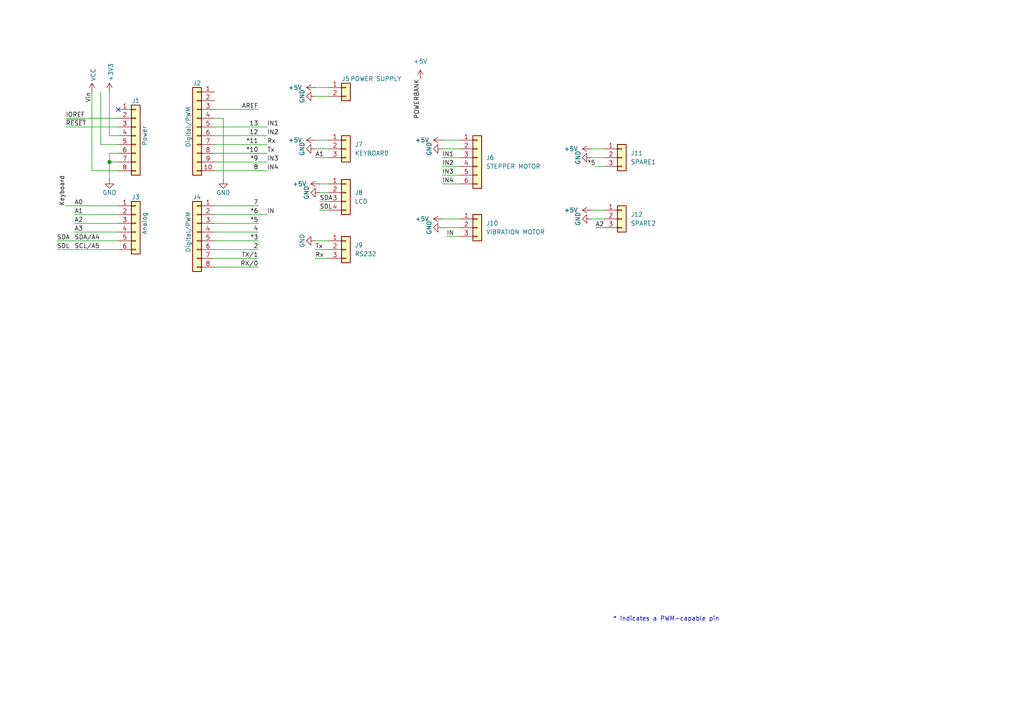
<source format=kicad_sch>
(kicad_sch (version 20231120) (generator "eeschema") (generator_version "8.0")
  (paper "A4")
  (title_block (date "mar. 31 mars 2015"))
  (lib_symbols
    (symbol "+5V_1" (power) (pin_numbers hide) (pin_names (offset 0) hide)
      (property "Value" "+5V" (at 0 3.556 0))
      (symbol "+5V_1_0_1"
        (polyline (pts (xy -0.762 1.27) (xy 0 2.54)))
        (polyline (pts (xy 0 0) (xy 0 2.54)))
        (polyline (pts (xy 0 2.54) (xy 0.762 1.27)))
      )
      (symbol "+5V_1_1_1"
        (pin power_in line (at 0 0 90) (length 0) (name "~") (number "1"))
      )
    )
    (symbol "Connector_Generic:Conn_01x02" (pin_names (offset 1.016) hide)
      (property "Reference" "J" (at 0 2.54 0))
      (property "Value" "Conn_01x02" (at 0 -5.08 0))
      (symbol "Conn_01x02_1_1"
        (rectangle (start -1.27 -2.413) (end 0 -2.667) (stroke (width 0.1524)))
        (rectangle (start -1.27 0.127) (end 0 -0.127) (stroke (width 0.1524)))
        (rectangle (start -1.27 1.27) (end 1.27 -3.81) (stroke (width 0.254)) (fill (type background)))
        (pin passive line (at -5.08 0 0) (length 3.81) (name "Pin_1") (number "1"))
        (pin passive line (at -5.08 -2.54 0) (length 3.81) (name "Pin_2") (number "2"))
      )
    )
    (symbol "Connector_Generic:Conn_01x03" (pin_names (offset 1.016) hide)
      (property "Reference" "J" (at 0 5.08 0))
      (property "Value" "Conn_01x03" (at 0 -5.08 0))
      (symbol "Conn_01x03_1_1"
        (rectangle (start -1.27 -2.413) (end 0 -2.667) (stroke (width 0.1524)))
        (rectangle (start -1.27 0.127) (end 0 -0.127) (stroke (width 0.1524)))
        (rectangle (start -1.27 2.667) (end 0 2.413) (stroke (width 0.1524)))
        (rectangle (start -1.27 3.81) (end 1.27 -3.81) (stroke (width 0.254)) (fill (type background)))
        (pin passive line (at -5.08 2.54 0) (length 3.81) (name "Pin_1") (number "1"))
        (pin passive line (at -5.08 0 0) (length 3.81) (name "Pin_2") (number "2"))
        (pin passive line (at -5.08 -2.54 0) (length 3.81) (name "Pin_3") (number "3"))
      )
    )
    (symbol "Connector_Generic:Conn_01x04" (pin_names (offset 1.016) hide)
      (property "Reference" "J" (at 0 5.08 0))
      (property "Value" "Conn_01x04" (at 0 -7.62 0))
      (symbol "Conn_01x04_1_1"
        (rectangle (start -1.27 -4.953) (end 0 -5.207) (stroke (width 0.1524)))
        (rectangle (start -1.27 -2.413) (end 0 -2.667) (stroke (width 0.1524)))
        (rectangle (start -1.27 0.127) (end 0 -0.127) (stroke (width 0.1524)))
        (rectangle (start -1.27 2.667) (end 0 2.413) (stroke (width 0.1524)))
        (rectangle (start -1.27 3.81) (end 1.27 -6.35) (stroke (width 0.254)) (fill (type background)))
        (pin passive line (at -5.08 2.54 0) (length 3.81) (name "Pin_1") (number "1"))
        (pin passive line (at -5.08 0 0) (length 3.81) (name "Pin_2") (number "2"))
        (pin passive line (at -5.08 -2.54 0) (length 3.81) (name "Pin_3") (number "3"))
        (pin passive line (at -5.08 -5.08 0) (length 3.81) (name "Pin_4") (number "4"))
      )
    )
    (symbol "Connector_Generic:Conn_01x06" (pin_names (offset 1.016) hide)
      (property "Reference" "J" (at 0 7.62 0))
      (property "Value" "Conn_01x06" (at 0 -10.16 0))
      (symbol "Conn_01x06_1_1"
        (rectangle (start -1.27 -7.493) (end 0 -7.747) (stroke (width 0.1524)))
        (rectangle (start -1.27 -4.953) (end 0 -5.207) (stroke (width 0.1524)))
        (rectangle (start -1.27 -2.413) (end 0 -2.667) (stroke (width 0.1524)))
        (rectangle (start -1.27 0.127) (end 0 -0.127) (stroke (width 0.1524)))
        (rectangle (start -1.27 2.667) (end 0 2.413) (stroke (width 0.1524)))
        (rectangle (start -1.27 5.207) (end 0 4.953) (stroke (width 0.1524)))
        (rectangle (start -1.27 6.35) (end 1.27 -8.89) (stroke (width 0.254)) (fill (type background)))
        (pin passive line (at -5.08 5.08 0) (length 3.81) (name "Pin_1") (number "1"))
        (pin passive line (at -5.08 2.54 0) (length 3.81) (name "Pin_2") (number "2"))
        (pin passive line (at -5.08 0 0) (length 3.81) (name "Pin_3") (number "3"))
        (pin passive line (at -5.08 -2.54 0) (length 3.81) (name "Pin_4") (number "4"))
        (pin passive line (at -5.08 -5.08 0) (length 3.81) (name "Pin_5") (number "5"))
        (pin passive line (at -5.08 -7.62 0) (length 3.81) (name "Pin_6") (number "6"))
      )
    )
    (symbol "Connector_Generic:Conn_01x08" (pin_names (offset 1.016) hide)
      (property "Reference" "J" (at 0 10.16 0))
      (property "Value" "Conn_01x08" (at 0 -12.7 0))
      (symbol "Conn_01x08_1_1"
        (rectangle (start -1.27 -10.033) (end 0 -10.287) (stroke (width 0.1524)))
        (rectangle (start -1.27 -7.493) (end 0 -7.747) (stroke (width 0.1524)))
        (rectangle (start -1.27 -4.953) (end 0 -5.207) (stroke (width 0.1524)))
        (rectangle (start -1.27 -2.413) (end 0 -2.667) (stroke (width 0.1524)))
        (rectangle (start -1.27 0.127) (end 0 -0.127) (stroke (width 0.1524)))
        (rectangle (start -1.27 2.667) (end 0 2.413) (stroke (width 0.1524)))
        (rectangle (start -1.27 5.207) (end 0 4.953) (stroke (width 0.1524)))
        (rectangle (start -1.27 7.747) (end 0 7.493) (stroke (width 0.1524)))
        (rectangle (start -1.27 8.89) (end 1.27 -11.43) (stroke (width 0.254)) (fill (type background)))
        (pin passive line (at -5.08 7.62 0) (length 3.81) (name "Pin_1") (number "1"))
        (pin passive line (at -5.08 5.08 0) (length 3.81) (name "Pin_2") (number "2"))
        (pin passive line (at -5.08 2.54 0) (length 3.81) (name "Pin_3") (number "3"))
        (pin passive line (at -5.08 0 0) (length 3.81) (name "Pin_4") (number "4"))
        (pin passive line (at -5.08 -2.54 0) (length 3.81) (name "Pin_5") (number "5"))
        (pin passive line (at -5.08 -5.08 0) (length 3.81) (name "Pin_6") (number "6"))
        (pin passive line (at -5.08 -7.62 0) (length 3.81) (name "Pin_7") (number "7"))
        (pin passive line (at -5.08 -10.16 0) (length 3.81) (name "Pin_8") (number "8"))
      )
    )
    (symbol "Connector_Generic:Conn_01x10" (pin_names (offset 1.016) hide)
      (property "Reference" "J" (at 0 12.7 0))
      (property "Value" "Conn_01x10" (at 0 -15.24 0))
      (symbol "Conn_01x10_1_1"
        (rectangle (start -1.27 -12.573) (end 0 -12.827) (stroke (width 0.1524)))
        (rectangle (start -1.27 -10.033) (end 0 -10.287) (stroke (width 0.1524)))
        (rectangle (start -1.27 -7.493) (end 0 -7.747) (stroke (width 0.1524)))
        (rectangle (start -1.27 -4.953) (end 0 -5.207) (stroke (width 0.1524)))
        (rectangle (start -1.27 -2.413) (end 0 -2.667) (stroke (width 0.1524)))
        (rectangle (start -1.27 0.127) (end 0 -0.127) (stroke (width 0.1524)))
        (rectangle (start -1.27 2.667) (end 0 2.413) (stroke (width 0.1524)))
        (rectangle (start -1.27 5.207) (end 0 4.953) (stroke (width 0.1524)))
        (rectangle (start -1.27 7.747) (end 0 7.493) (stroke (width 0.1524)))
        (rectangle (start -1.27 10.287) (end 0 10.033) (stroke (width 0.1524)))
        (rectangle (start -1.27 11.43) (end 1.27 -13.97) (stroke (width 0.254)) (fill (type background)))
        (pin passive line (at -5.08 10.16 0) (length 3.81) (name "Pin_1") (number "1"))
        (pin passive line (at -5.08 -12.7 0) (length 3.81) (name "Pin_10") (number "10"))
        (pin passive line (at -5.08 7.62 0) (length 3.81) (name "Pin_2") (number "2"))
        (pin passive line (at -5.08 5.08 0) (length 3.81) (name "Pin_3") (number "3"))
        (pin passive line (at -5.08 2.54 0) (length 3.81) (name "Pin_4") (number "4"))
        (pin passive line (at -5.08 0 0) (length 3.81) (name "Pin_5") (number "5"))
        (pin passive line (at -5.08 -2.54 0) (length 3.81) (name "Pin_6") (number "6"))
        (pin passive line (at -5.08 -5.08 0) (length 3.81) (name "Pin_7") (number "7"))
        (pin passive line (at -5.08 -7.62 0) (length 3.81) (name "Pin_8") (number "8"))
        (pin passive line (at -5.08 -10.16 0) (length 3.81) (name "Pin_9") (number "9"))
      )
    )
    (symbol "power:+3V3" (power) (pin_names (offset 0))
      (property "Value" "+3V3" (at 0 3.556 0))
      (symbol "+3V3_0_1"
        (polyline (pts (xy -0.762 1.27) (xy 0 2.54)))
        (polyline (pts (xy 0 0) (xy 0 2.54)))
        (polyline (pts (xy 0 2.54) (xy 0.762 1.27)))
      )
      (symbol "+3V3_1_1"
        (pin power_in line (at 0 0 90) (length 0) hide (name "+3V3") (number "1"))
      )
    )
    (symbol "power:GND" (power) (pin_names (offset 0))
      (property "Value" "GND" (at 0 -3.81 0))
      (symbol "GND_0_1"
        (polyline (pts (xy 0 0) (xy 0 -1.27) (xy 1.27 -1.27) (xy 0 -2.54) (xy -1.27 -1.27) (xy 0 -1.27)))
      )
      (symbol "GND_1_1"
        (pin power_in line (at 0 0 270) (length 0) hide (name "GND") (number "1"))
      )
    )
    (symbol "power:VCC" (power) (pin_names (offset 0))
      (property "Value" "VCC" (at 0 3.81 0))
      (symbol "VCC_0_1"
        (polyline (pts (xy -0.762 1.27) (xy 0 2.54)))
        (polyline (pts (xy 0 0) (xy 0 2.54)))
        (polyline (pts (xy 0 2.54) (xy 0.762 1.27)))
      )
      (symbol "VCC_1_1"
        (pin power_in line (at 0 0 90) (length 0) hide (name "VCC") (number "1"))
      )
    )
  )
  (junction (at 31.75 46.99) (diameter 1.016))
  (no_connect (at 34.29 31.75))
  (wire (pts (xy 62.23 77.47) (xy 74.93 77.47)))
  (wire (pts (xy 62.23 44.45) (xy 77.47 44.45)))
  (wire (pts (xy 95.25 25.4) (xy 91.44 25.4)))
  (wire (pts (xy 128.27 53.34) (xy 133.35 53.34)))
  (wire (pts (xy 31.75 44.45) (xy 31.75 46.99)))
  (wire (pts (xy 91.44 74.93) (xy 95.25 74.93)))
  (wire (pts (xy 31.75 46.99) (xy 31.75 52.07)))
  (wire (pts (xy 91.44 72.39) (xy 95.25 72.39)))
  (wire (pts (xy 31.75 39.37) (xy 34.29 39.37)))
  (wire (pts (xy 29.21 41.91) (xy 34.29 41.91)))
  (wire (pts (xy 29.21 26.67) (xy 29.21 41.91)))
  (wire (pts (xy 95.25 69.85) (xy 91.44 69.85)))
  (wire (pts (xy 62.23 36.83) (xy 77.47 36.83)))
  (wire (pts (xy 31.75 26.67) (xy 31.75 39.37)))
  (wire (pts (xy 62.23 59.69) (xy 74.93 59.69)))
  (wire (pts (xy 92.71 58.42) (xy 95.25 58.42)))
  (wire (pts (xy 62.23 39.37) (xy 77.47 39.37)))
  (wire (pts (xy 62.23 62.23) (xy 77.47 62.23)))
  (wire (pts (xy 95.25 43.18) (xy 91.44 43.18)))
  (wire (pts (xy 62.23 46.99) (xy 77.47 46.99)))
  (wire (pts (xy 128.27 50.8) (xy 133.35 50.8)))
  (wire (pts (xy 62.23 67.31) (xy 74.93 67.31)))
  (wire (pts (xy 19.05 34.29) (xy 34.29 34.29)))
  (wire (pts (xy 95.25 27.94) (xy 91.44 27.94)))
  (wire (pts (xy 128.27 66.04) (xy 133.35 66.04)))
  (wire (pts (xy 129.54 68.58) (xy 133.35 68.58)))
  (wire (pts (xy 64.77 34.29) (xy 64.77 52.07)))
  (wire (pts (xy 62.23 31.75) (xy 74.93 31.75)))
  (wire (pts (xy 95.25 40.64) (xy 91.44 40.64)))
  (wire (pts (xy 34.29 64.77) (xy 21.59 64.77)))
  (wire (pts (xy 19.05 36.83) (xy 34.29 36.83)))
  (wire (pts (xy 128.27 48.26) (xy 133.35 48.26)))
  (wire (pts (xy 92.71 53.34) (xy 95.25 53.34)))
  (wire (pts (xy 34.29 46.99) (xy 31.75 46.99)))
  (wire (pts (xy 34.29 49.53) (xy 26.67 49.53)))
  (wire (pts (xy 171.45 63.5) (xy 175.26 63.5)))
  (wire (pts (xy 21.59 62.23) (xy 34.29 62.23)))
  (wire (pts (xy 171.45 45.72) (xy 175.26 45.72)))
  (wire (pts (xy 92.71 60.96) (xy 95.25 60.96)))
  (wire (pts (xy 171.45 60.96) (xy 175.26 60.96)))
  (wire (pts (xy 62.23 34.29) (xy 64.77 34.29)))
  (wire (pts (xy 172.72 48.26) (xy 175.26 48.26)))
  (wire (pts (xy 34.29 44.45) (xy 31.75 44.45)))
  (wire (pts (xy 133.35 40.64) (xy 128.27 40.64)))
  (wire (pts (xy 128.27 63.5) (xy 133.35 63.5)))
  (wire (pts (xy 91.44 45.72) (xy 95.25 45.72)))
  (wire (pts (xy 62.23 41.91) (xy 77.47 41.91)))
  (wire (pts (xy 128.27 45.72) (xy 133.35 45.72)))
  (wire (pts (xy 172.72 66.04) (xy 175.26 66.04)))
  (wire (pts (xy 92.71 55.88) (xy 95.25 55.88)))
  (wire (pts (xy 62.23 64.77) (xy 74.93 64.77)))
  (wire (pts (xy 21.59 67.31) (xy 34.29 67.31)))
  (wire (pts (xy 133.35 43.18) (xy 128.27 43.18)))
  (wire (pts (xy 171.45 43.18) (xy 175.26 43.18)))
  (wire (pts (xy 16.51 72.39) (xy 34.29 72.39)))
  (wire (pts (xy 62.23 72.39) (xy 74.93 72.39)))
  (wire (pts (xy 62.23 69.85) (xy 74.93 69.85)))
  (wire (pts (xy 19.05 59.69) (xy 34.29 59.69)))
  (wire (pts (xy 16.51 69.85) (xy 34.29 69.85)))
  (wire (pts (xy 62.23 74.93) (xy 74.93 74.93)))
  (wire (pts (xy 26.67 49.53) (xy 26.67 26.67)))
  (wire (pts (xy 62.23 49.53) (xy 77.47 49.53)))
  (text "* Indicates a PWM-capable pin" (at 177.8 180.34 0) (effects (font (size 1.27 1.27)) (justify left bottom)))
  (label "*5" (at 172.72 48.26 180))
  (label "RX{slash}0" (at 74.93 77.47 180))
  (label "A2" (at 21.59 64.77 0))
  (label "Keyboard" (at 19.05 59.69 90))
  (label "4" (at 74.93 67.31 180))
  (label "SDA" (at 16.51 69.85 0))
  (label "IN2" (at 77.47 39.37 0))
  (label "2" (at 74.93 72.39 180))
  (label "A3" (at 21.59 67.31 0))
  (label "Tx" (at 91.44 72.39 0))
  (label "13" (at 74.93 36.83 180))
  (label "IN1" (at 77.47 36.83 0))
  (label "12" (at 74.93 39.37 180))
  (label "IN4" (at 128.27 53.34 0))
  (label "~{RESET}" (at 19.05 36.83 0))
  (label "A2" (at 172.72 66.04 0))
  (label "*10" (at 74.93 44.45 180))
  (label "IN3" (at 128.27 50.8 0))
  (label "POWERBANK" (at 121.92 22.86 270))
  (label "Tx" (at 77.47 44.45 0))
  (label "IN4" (at 77.47 49.53 0))
  (label "IN" (at 77.47 62.23 0))
  (label "7" (at 74.93 59.69 180))
  (label "8" (at 74.93 49.53 180))
  (label "Rx" (at 91.44 74.93 0))
  (label "*11" (at 74.93 41.91 180))
  (label "*3" (at 74.93 69.85 180))
  (label "IN2" (at 128.27 48.26 0))
  (label "A1" (at 21.59 62.23 0))
  (label "TX{slash}1" (at 74.93 74.93 180))
  (label "IN1" (at 128.27 45.72 0))
  (label "IN" (at 129.54 68.58 0))
  (label "A0" (at 21.59 59.69 0))
  (label "AREF" (at 74.93 31.75 180))
  (label "Vin" (at 26.67 26.67 270))
  (label "Rx" (at 77.47 41.91 0))
  (label "*6" (at 74.93 62.23 180))
  (label "*9" (at 74.93 46.99 180))
  (label "*5" (at 74.93 64.77 180))
  (label "SDL" (at 92.71 60.96 0))
  (label "IOREF" (at 19.05 34.29 0))
  (label "IN3" (at 77.47 46.99 0))
  (label "A1" (at 91.44 45.72 0))
  (label "SDA{slash}A4" (at 21.59 69.85 0))
  (label "SDA" (at 92.71 58.42 0))
  (label "SCL{slash}A5" (at 21.59 72.39 0))
  (label "SDL" (at 16.51 72.39 0))
  (symbol (lib_id "Connector_Generic:Conn_01x08") (at 39.37 39.37 0) (unit 1)
    (property "Reference" "J1" (at 39.37 29.21 0))
    (property "Value" "Power" (at 41.91 39.37 90))
    (property "Footprint" "Connector_PinSocket_2.54mm:PinSocket_1x08_P2.54mm_Vertical" (effects (hide yes)))
  )
  (symbol (lib_id "power:+3V3") (at 31.75 26.67 0) (unit 1)
    (property "Reference" "#PWR03" (effects (hide yes)))
    (property "Value" "+3V3" (at 32.131 23.622 90) (effects (justify left)))
  )
  (symbol (lib_id "power:GND") (at 31.75 52.07 0) (unit 1)
    (property "Reference" "#PWR04" (effects (hide yes)))
    (property "Value" "GND" (at 31.75 55.88 0))
  )
  (symbol (lib_id "Connector_Generic:Conn_01x10") (at 57.15 36.83 0) (mirror y) (unit 1)
    (property "Reference" "J2" (at 57.15 24.13 0))
    (property "Value" "Digital/PWM" (at 54.61 36.83 90))
    (property "Footprint" "Connector_PinSocket_2.54mm:PinSocket_1x10_P2.54mm_Vertical" (effects (hide yes)))
  )
  (symbol (lib_id "power:GND") (at 64.77 52.07 0) (unit 1)
    (property "Reference" "#PWR05" (effects (hide yes)))
    (property "Value" "GND" (at 64.77 55.88 0))
  )
  (symbol (lib_id "Connector_Generic:Conn_01x06") (at 39.37 64.77 0) (unit 1)
    (property "Reference" "J3" (at 39.37 57.15 0))
    (property "Value" "Analog" (at 41.91 64.77 90))
    (property "Footprint" "Connector_PinSocket_2.54mm:PinSocket_1x06_P2.54mm_Vertical" (effects (hide yes)))
  )
  (symbol (lib_id "Connector_Generic:Conn_01x08") (at 57.15 67.31 0) (mirror y) (unit 1)
    (property "Reference" "J4" (at 57.15 57.15 0))
    (property "Value" "Digital/PWM" (at 54.61 67.31 90))
    (property "Footprint" "Connector_PinSocket_2.54mm:PinSocket_1x08_P2.54mm_Vertical" (effects (hide yes)))
  )
  (symbol (lib_id "power:GND") (at 128.27 66.04 270) (unit 1)
    (property "Reference" "#PWR016" (effects (hide yes)))
    (property "Value" "GND" (at 124.46 66.04 0))
  )
  (symbol (lib_id "Connector_Generic:Conn_01x03") (at 100.33 43.18 0) (unit 1)
    (property "Reference" "J7" (at 102.87 41.9099 0) (effects (justify left)))
    (property "Value" "KEYBOARD" (at 102.87 44.4499 0) (effects (justify left)))
    (property "Footprint" "Connector_JST:JST_XH_B3B-XH-A_1x03_P2.50mm_Vertical" (effects (hide yes)))
    (property "Description" "Generic connector, single row, 01x03, script generated (kicad-library-utils/schlib/autogen/connector/)" (effects (hide yes)))
  )
  (symbol (lib_id "Connector_Generic:Conn_01x03") (at 138.43 66.04 0) (unit 1)
    (property "Reference" "J10" (at 140.97 64.7699 0) (effects (justify left)))
    (property "Value" "VIBRATION MOTOR" (at 140.97 67.3099 0) (effects (justify left)))
    (property "Footprint" "Connector_JST:JST_XH_B3B-XH-A_1x03_P2.50mm_Vertical" (effects (hide yes)))
    (property "Description" "Generic connector, single row, 01x03, script generated (kicad-library-utils/schlib/autogen/connector/)" (effects (hide yes)))
  )
  (symbol (lib_id "power:GND") (at 92.71 55.88 270) (unit 1)
    (property "Reference" "#PWR011" (effects (hide yes)))
    (property "Value" "GND" (at 88.9 55.88 0))
  )
  (symbol (lib_id "power:GND") (at 91.44 43.18 270) (unit 1)
    (property "Reference" "#PWR09" (effects (hide yes)))
    (property "Value" "GND" (at 87.63 43.18 0))
  )
  (symbol (lib_name "+5V_1") (lib_id "power:+5V") (at 92.71 53.34 90) (unit 1)
    (property "Reference" "#PWR010" (effects (hide yes)))
    (property "Value" "+5V" (at 88.9 53.3399 90) (effects (justify left)))
    (property "Description" "Power symbol creates a global label with name \"+5V\"" (effects (hide yes)))
  )
  (symbol (lib_id "power:GND") (at 171.45 63.5 270) (unit 1)
    (property "Reference" "#PWR020" (effects (hide yes)))
    (property "Value" "GND" (at 167.64 63.5 0))
  )
  (symbol (lib_name "+5V_1") (lib_id "power:+5V") (at 91.44 25.4 90) (unit 1)
    (property "Reference" "#PWR06" (effects (hide yes)))
    (property "Value" "+5V" (at 87.63 25.3999 90) (effects (justify left)))
    (property "Description" "Power symbol creates a global label with name \"+5V\"" (effects (hide yes)))
  )
  (symbol (lib_name "+5V_1") (lib_id "power:+5V") (at 171.45 60.96 90) (unit 1)
    (property "Reference" "#PWR019" (effects (hide yes)))
    (property "Value" "+5V" (at 167.64 60.9599 90) (effects (justify left)))
    (property "Description" "Power symbol creates a global label with name \"+5V\"" (effects (hide yes)))
  )
  (symbol (lib_id "Connector_Generic:Conn_01x06") (at 138.43 45.72 0) (unit 1)
    (property "Reference" "J6" (at 140.97 45.7199 0) (effects (justify left)))
    (property "Value" "STEPPER MOTOR" (at 140.97 48.2599 0) (effects (justify left)))
    (property "Footprint" "Connector_JST:JST_XH_B6B-XH-A_1x06_P2.50mm_Vertical" (effects (hide yes)))
    (property "Description" "Generic connector, single row, 01x06, script generated (kicad-library-utils/schlib/autogen/connector/)" (effects (hide yes)))
  )
  (symbol (lib_id "Connector_Generic:Conn_01x02") (at 100.33 25.4 0) (unit 1)
    (property "Reference" "J5" (at 99.0599 22.86 0) (effects (justify left)))
    (property "Value" "POWER SUPPLY" (at 101.5999 22.86 0) (effects (justify left)))
    (property "Footprint" "Connector_JST:JST_XH_S2B-XH-A_1x02_P2.50mm_Horizontal" (effects (hide yes)))
    (property "Description" "Generic connector, single row, 01x02, script generated (kicad-library-utils/schlib/autogen/connector/)" (effects (hide yes)))
  )
  (symbol (lib_name "+5V_1") (lib_id "power:+5V") (at 91.44 40.64 90) (unit 1)
    (property "Reference" "#PWR08" (effects (hide yes)))
    (property "Value" "+5V" (at 87.63 40.6399 90) (effects (justify left)))
    (property "Description" "Power symbol creates a global label with name \"+5V\"" (effects (hide yes)))
  )
  (symbol (lib_id "power:VCC") (at 26.67 26.67 0) (unit 1)
    (property "Reference" "#PWR01" (effects (hide yes)))
    (property "Value" "VCC" (at 27.051 23.622 90) (effects (justify left)))
  )
  (symbol (lib_id "Connector_Generic:Conn_01x04") (at 100.33 55.88 0) (unit 1)
    (property "Reference" "J8" (at 102.87 55.8799 0) (effects (justify left)))
    (property "Value" "LCD" (at 102.87 58.4199 0) (effects (justify left)))
    (property "Footprint" "Connector_JST:JST_XH_B4B-XH-A_1x04_P2.50mm_Vertical" (effects (hide yes)))
    (property "Description" "Generic connector, single row, 01x04, script generated (kicad-library-utils/schlib/autogen/connector/)" (effects (hide yes)))
  )
  (symbol (lib_id "Connector_Generic:Conn_01x03") (at 180.34 45.72 0) (unit 1)
    (property "Reference" "J11" (at 182.88 44.4499 0) (effects (justify left)))
    (property "Value" "SPARE1" (at 182.88 46.9899 0) (effects (justify left)))
    (property "Footprint" "Connector_JST:JST_XH_B3B-XH-A_1x03_P2.50mm_Vertical" (effects (hide yes)))
    (property "Description" "Generic connector, single row, 01x03, script generated (kicad-library-utils/schlib/autogen/connector/)" (effects (hide yes)))
  )
  (symbol (lib_id "power:GND") (at 171.45 45.72 270) (unit 1)
    (property "Reference" "#PWR018" (effects (hide yes)))
    (property "Value" "GND" (at 167.64 45.72 0))
  )
  (symbol (lib_id "power:GND") (at 128.27 43.18 270) (unit 1)
    (property "Reference" "#PWR014" (effects (hide yes)))
    (property "Value" "GND" (at 124.46 43.18 0))
  )
  (symbol (lib_name "+5V_1") (lib_id "power:+5V") (at 121.92 22.86 0) (unit 1)
    (property "Reference" "#PWR012" (effects (hide yes)))
    (property "Value" "+5V" (at 121.92 17.78 0))
    (property "Description" "Power symbol creates a global label with name \"+5V\"" (effects (hide yes)))
  )
  (symbol (lib_id "power:GND") (at 91.44 69.85 270) (unit 1)
    (property "Reference" "#PWR013" (effects (hide yes)))
    (property "Value" "GND" (at 87.63 69.85 0))
  )
  (symbol (lib_name "+5V_1") (lib_id "power:+5V") (at 171.45 43.18 90) (unit 1)
    (property "Reference" "#PWR017" (effects (hide yes)))
    (property "Value" "+5V" (at 167.64 43.1799 90) (effects (justify left)))
    (property "Description" "Power symbol creates a global label with name \"+5V\"" (effects (hide yes)))
  )
  (symbol (lib_id "power:GND") (at 91.44 27.94 270) (unit 1)
    (property "Reference" "#PWR07" (effects (hide yes)))
    (property "Value" "GND" (at 87.63 27.94 0))
  )
  (symbol (lib_name "+5V_1") (lib_id "power:+5V") (at 128.27 63.5 90) (unit 1)
    (property "Reference" "#PWR015" (effects (hide yes)))
    (property "Value" "+5V" (at 124.46 63.4999 90) (effects (justify left)))
    (property "Description" "Power symbol creates a global label with name \"+5V\"" (effects (hide yes)))
  )
  (symbol (lib_name "+5V_1") (lib_id "power:+5V") (at 128.27 40.64 90) (unit 1)
    (property "Reference" "#PWR02" (effects (hide yes)))
    (property "Value" "+5V" (at 124.46 40.6399 90) (effects (justify left)))
    (property "Description" "Power symbol creates a global label with name \"+5V\"" (effects (hide yes)))
  )
  (symbol (lib_id "Connector_Generic:Conn_01x03") (at 180.34 63.5 0) (unit 1)
    (property "Reference" "J12" (at 182.88 62.2299 0) (effects (justify left)))
    (property "Value" "SPARE2" (at 182.88 64.7699 0) (effects (justify left)))
    (property "Footprint" "Connector_JST:JST_XH_B3B-XH-A_1x03_P2.50mm_Vertical" (effects (hide yes)))
    (property "Description" "Generic connector, single row, 01x03, script generated (kicad-library-utils/schlib/autogen/connector/)" (effects (hide yes)))
  )
  (symbol (lib_id "Connector_Generic:Conn_01x03") (at 100.33 72.39 0) (unit 1)
    (property "Reference" "J9" (at 102.87 71.1199 0) (effects (justify left)))
    (property "Value" "RS232" (at 102.87 73.6599 0) (effects (justify left)))
    (property "Footprint" "Connector_JST:JST_XH_B3B-XH-A_1x03_P2.50mm_Vertical" (effects (hide yes)))
    (property "Description" "Generic connector, single row, 01x03, script generated (kicad-library-utils/schlib/autogen/connector/)" (effects (hide yes)))
  )
)
</source>
